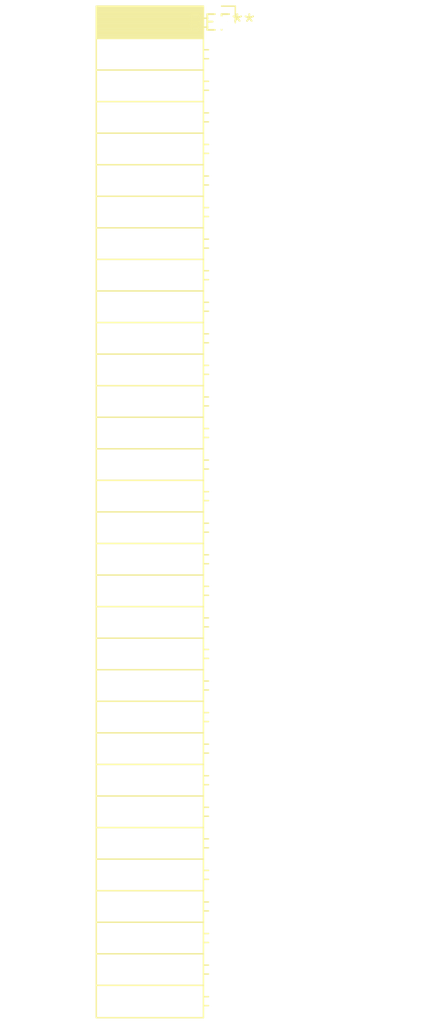
<source format=kicad_pcb>
(kicad_pcb (version 20240108) (generator pcbnew)
  (layers (0 "F.Cu" signal) (31 "B.Cu" signal) (34 "B.Paste" user) (35 "F.Paste" user) (36 "B.SilkS" user "B.Silkscreen") (37 "F.SilkS" user "F.Silkscreen") (38 "B.Mask" user) (39 "F.Mask" user) (44 "Edge.Cuts" user))
  (net 0 "")
  (footprint "PinSocket_1x32_P2.54mm_Horizontal" (layer "F.Cu") (at 0 0)
    (property "Reference" "REF**")
    (property "Value" "PinSocket_1x32_P2.54mm_Horizontal")
    (fp_line (start -10.09 -1.33) (end -10.09 80.07) (layer "F.SilkS") (stroke (width 0.12)))
    (fp_line (start -10.09 -1.33) (end -1.46 -1.33) (layer "F.SilkS") (stroke (width 0.12)))
    (fp_line (start -10.09 -1.21) (end -1.46 -1.21) (layer "F.SilkS") (stroke (width 0.12)))
    (fp_line (start -10.09 -1.091905) (end -1.46 -1.091905) (layer "F.SilkS") (stroke (width 0.12)))
    (fp_line (start -10.09 -0.97381) (end -1.46 -0.97381) (layer "F.SilkS") (stroke (width 0.12)))
    (fp_line (start -10.09 -0.855715) (end -1.46 -0.855715) (layer "F.SilkS") (stroke (width 0.12)))
    (fp_line (start -10.09 -0.73762) (end -1.46 -0.73762) (layer "F.SilkS") (stroke (width 0.12)))
    (fp_line (start -10.09 -0.619525) (end -1.46 -0.619525) (layer "F.SilkS") (stroke (width 0.12)))
    (fp_line (start -10.09 -0.50143) (end -1.46 -0.50143) (layer "F.SilkS") (stroke (width 0.12)))
    (fp_line (start -10.09 -0.383335) (end -1.46 -0.383335) (layer "F.SilkS") (stroke (width 0.12)))
    (fp_line (start -10.09 -0.26524) (end -1.46 -0.26524) (layer "F.SilkS") (stroke (width 0.12)))
    (fp_line (start -10.09 -0.147145) (end -1.46 -0.147145) (layer "F.SilkS") (stroke (width 0.12)))
    (fp_line (start -10.09 -0.02905) (end -1.46 -0.02905) (layer "F.SilkS") (stroke (width 0.12)))
    (fp_line (start -10.09 0.089045) (end -1.46 0.089045) (layer "F.SilkS") (stroke (width 0.12)))
    (fp_line (start -10.09 0.20714) (end -1.46 0.20714) (layer "F.SilkS") (stroke (width 0.12)))
    (fp_line (start -10.09 0.325235) (end -1.46 0.325235) (layer "F.SilkS") (stroke (width 0.12)))
    (fp_line (start -10.09 0.44333) (end -1.46 0.44333) (layer "F.SilkS") (stroke (width 0.12)))
    (fp_line (start -10.09 0.561425) (end -1.46 0.561425) (layer "F.SilkS") (stroke (width 0.12)))
    (fp_line (start -10.09 0.67952) (end -1.46 0.67952) (layer "F.SilkS") (stroke (width 0.12)))
    (fp_line (start -10.09 0.797615) (end -1.46 0.797615) (layer "F.SilkS") (stroke (width 0.12)))
    (fp_line (start -10.09 0.91571) (end -1.46 0.91571) (layer "F.SilkS") (stroke (width 0.12)))
    (fp_line (start -10.09 1.033805) (end -1.46 1.033805) (layer "F.SilkS") (stroke (width 0.12)))
    (fp_line (start -10.09 1.1519) (end -1.46 1.1519) (layer "F.SilkS") (stroke (width 0.12)))
    (fp_line (start -10.09 1.27) (end -1.46 1.27) (layer "F.SilkS") (stroke (width 0.12)))
    (fp_line (start -10.09 3.81) (end -1.46 3.81) (layer "F.SilkS") (stroke (width 0.12)))
    (fp_line (start -10.09 6.35) (end -1.46 6.35) (layer "F.SilkS") (stroke (width 0.12)))
    (fp_line (start -10.09 8.89) (end -1.46 8.89) (layer "F.SilkS") (stroke (width 0.12)))
    (fp_line (start -10.09 11.43) (end -1.46 11.43) (layer "F.SilkS") (stroke (width 0.12)))
    (fp_line (start -10.09 13.97) (end -1.46 13.97) (layer "F.SilkS") (stroke (width 0.12)))
    (fp_line (start -10.09 16.51) (end -1.46 16.51) (layer "F.SilkS") (stroke (width 0.12)))
    (fp_line (start -10.09 19.05) (end -1.46 19.05) (layer "F.SilkS") (stroke (width 0.12)))
    (fp_line (start -10.09 21.59) (end -1.46 21.59) (layer "F.SilkS") (stroke (width 0.12)))
    (fp_line (start -10.09 24.13) (end -1.46 24.13) (layer "F.SilkS") (stroke (width 0.12)))
    (fp_line (start -10.09 26.67) (end -1.46 26.67) (layer "F.SilkS") (stroke (width 0.12)))
    (fp_line (start -10.09 29.21) (end -1.46 29.21) (layer "F.SilkS") (stroke (width 0.12)))
    (fp_line (start -10.09 31.75) (end -1.46 31.75) (layer "F.SilkS") (stroke (width 0.12)))
    (fp_line (start -10.09 34.29) (end -1.46 34.29) (layer "F.SilkS") (stroke (width 0.12)))
    (fp_line (start -10.09 36.83) (end -1.46 36.83) (layer "F.SilkS") (stroke (width 0.12)))
    (fp_line (start -10.09 39.37) (end -1.46 39.37) (layer "F.SilkS") (stroke (width 0.12)))
    (fp_line (start -10.09 41.91) (end -1.46 41.91) (layer "F.SilkS") (stroke (width 0.12)))
    (fp_line (start -10.09 44.45) (end -1.46 44.45) (layer "F.SilkS") (stroke (width 0.12)))
    (fp_line (start -10.09 46.99) (end -1.46 46.99) (layer "F.SilkS") (stroke (width 0.12)))
    (fp_line (start -10.09 49.53) (end -1.46 49.53) (layer "F.SilkS") (stroke (width 0.12)))
    (fp_line (start -10.09 52.07) (end -1.46 52.07) (layer "F.SilkS") (stroke (width 0.12)))
    (fp_line (start -10.09 54.61) (end -1.46 54.61) (layer "F.SilkS") (stroke (width 0.12)))
    (fp_line (start -10.09 57.15) (end -1.46 57.15) (layer "F.SilkS") (stroke (width 0.12)))
    (fp_line (start -10.09 59.69) (end -1.46 59.69) (layer "F.SilkS") (stroke (width 0.12)))
    (fp_line (start -10.09 62.23) (end -1.46 62.23) (layer "F.SilkS") (stroke (width 0.12)))
    (fp_line (start -10.09 64.77) (end -1.46 64.77) (layer "F.SilkS") (stroke (width 0.12)))
    (fp_line (start -10.09 67.31) (end -1.46 67.31) (layer "F.SilkS") (stroke (width 0.12)))
    (fp_line (start -10.09 69.85) (end -1.46 69.85) (layer "F.SilkS") (stroke (width 0.12)))
    (fp_line (start -10.09 72.39) (end -1.46 72.39) (layer "F.SilkS") (stroke (width 0.12)))
    (fp_line (start -10.09 74.93) (end -1.46 74.93) (layer "F.SilkS") (stroke (width 0.12)))
    (fp_line (start -10.09 77.47) (end -1.46 77.47) (layer "F.SilkS") (stroke (width 0.12)))
    (fp_line (start -10.09 80.07) (end -1.46 80.07) (layer "F.SilkS") (stroke (width 0.12)))
    (fp_line (start -1.46 -1.33) (end -1.46 80.07) (layer "F.SilkS") (stroke (width 0.12)))
    (fp_line (start -1.46 -0.36) (end -1.11 -0.36) (layer "F.SilkS") (stroke (width 0.12)))
    (fp_line (start -1.46 0.36) (end -1.11 0.36) (layer "F.SilkS") (stroke (width 0.12)))
    (fp_line (start -1.46 2.18) (end -1.05 2.18) (layer "F.SilkS") (stroke (width 0.12)))
    (fp_line (start -1.46 2.9) (end -1.05 2.9) (layer "F.SilkS") (stroke (width 0.12)))
    (fp_line (start -1.46 4.72) (end -1.05 4.72) (layer "F.SilkS") (stroke (width 0.12)))
    (fp_line (start -1.46 5.44) (end -1.05 5.44) (layer "F.SilkS") (stroke (width 0.12)))
    (fp_line (start -1.46 7.26) (end -1.05 7.26) (layer "F.SilkS") (stroke (width 0.12)))
    (fp_line (start -1.46 7.98) (end -1.05 7.98) (layer "F.SilkS") (stroke (width 0.12)))
    (fp_line (start -1.46 9.8) (end -1.05 9.8) (layer "F.SilkS") (stroke (width 0.12)))
    (fp_line (start -1.46 10.52) (end -1.05 10.52) (layer "F.SilkS") (stroke (width 0.12)))
    (fp_line (start -1.46 12.34) (end -1.05 12.34) (layer "F.SilkS") (stroke (width 0.12)))
    (fp_line (start -1.46 13.06) (end -1.05 13.06) (layer "F.SilkS") (stroke (width 0.12)))
    (fp_line (start -1.46 14.88) (end -1.05 14.88) (layer "F.SilkS") (stroke (width 0.12)))
    (fp_line (start -1.46 15.6) (end -1.05 15.6) (layer "F.SilkS") (stroke (width 0.12)))
    (fp_line (start -1.46 17.42) (end -1.05 17.42) (layer "F.SilkS") (stroke (width 0.12)))
    (fp_line (start -1.46 18.14) (end -1.05 18.14) (layer "F.SilkS") (stroke (width 0.12)))
    (fp_line (start -1.46 19.96) (end -1.05 19.96) (layer "F.SilkS") (stroke (width 0.12)))
    (fp_line (start -1.46 20.68) (end -1.05 20.68) (layer "F.SilkS") (stroke (width 0.12)))
    (fp_line (start -1.46 22.5) (end -1.05 22.5) (layer "F.SilkS") (stroke (width 0.12)))
    (fp_line (start -1.46 23.22) (end -1.05 23.22) (layer "F.SilkS") (stroke (width 0.12)))
    (fp_line (start -1.46 25.04) (end -1.05 25.04) (layer "F.SilkS") (stroke (width 0.12)))
    (fp_line (start -1.46 25.76) (end -1.05 25.76) (layer "F.SilkS") (stroke (width 0.12)))
    (fp_line (start -1.46 27.58) (end -1.05 27.58) (layer "F.SilkS") (stroke (width 0.12)))
    (fp_line (start -1.46 28.3) (end -1.05 28.3) (layer "F.SilkS") (stroke (width 0.12)))
    (fp_line (start -1.46 30.12) (end -1.05 30.12) (layer "F.SilkS") (stroke (width 0.12)))
    (fp_line (start -1.46 30.84) (end -1.05 30.84) (layer "F.SilkS") (stroke (width 0.12)))
    (fp_line (start -1.46 32.66) (end -1.05 32.66) (layer "F.SilkS") (stroke (width 0.12)))
    (fp_line (start -1.46 33.38) (end -1.05 33.38) (layer "F.SilkS") (stroke (width 0.12)))
    (fp_line (start -1.46 35.2) (end -1.05 35.2) (layer "F.SilkS") (stroke (width 0.12)))
    (fp_line (start -1.46 35.92) (end -1.05 35.92) (layer "F.SilkS") (stroke (width 0.12)))
    (fp_line (start -1.46 37.74) (end -1.05 37.74) (layer "F.SilkS") (stroke (width 0.12)))
    (fp_line (start -1.46 38.46) (end -1.05 38.46) (layer "F.SilkS") (stroke (width 0.12)))
    (fp_line (start -1.46 40.28) (end -1.05 40.28) (layer "F.SilkS") (stroke (width 0.12)))
    (fp_line (start -1.46 41) (end -1.05 41) (layer "F.SilkS") (stroke (width 0.12)))
    (fp_line (start -1.46 42.82) (end -1.05 42.82) (layer "F.SilkS") (stroke (width 0.12)))
    (fp_line (start -1.46 43.54) (end -1.05 43.54) (layer "F.SilkS") (stroke (width 0.12)))
    (fp_line (start -1.46 45.36) (end -1.05 45.36) (layer "F.SilkS") (stroke (width 0.12)))
    (fp_line (start -1.46 46.08) (end -1.05 46.08) (layer "F.SilkS") (stroke (width 0.12)))
    (fp_line (start -1.46 47.9) (end -1.05 47.9) (layer "F.SilkS") (stroke (width 0.12)))
    (fp_line (start -1.46 48.62) (end -1.05 48.62) (layer "F.SilkS") (stroke (width 0.12)))
    (fp_line (start -1.46 50.44) (end -1.05 50.44) (layer "F.SilkS") (stroke (width 0.12)))
    (fp_line (start -1.46 51.16) (end -1.05 51.16) (layer "F.SilkS") (stroke (width 0.12)))
    (fp_line (start -1.46 52.98) (end -1.05 52.98) (layer "F.SilkS") (stroke (width 0.12)))
    (fp_line (start -1.46 53.7) (end -1.05 53.7) (layer "F.SilkS") (stroke (width 0.12)))
    (fp_line (start -1.46 55.52) (end -1.05 55.52) (layer "F.SilkS") (stroke (width 0.12)))
    (fp_line (start -1.46 56.24) (end -1.05 56.24) (layer "F.SilkS") (stroke (width 0.12)))
    (fp_line (start -1.46 58.06) (end -1.05 58.06) (layer "F.SilkS") (stroke (width 0.12)))
    (fp_line (start -1.46 58.78) (end -1.05 58.78) (layer "F.SilkS") (stroke (width 0.12)))
    (fp_line (start -1.46 60.6) (end -1.05 60.6) (layer "F.SilkS") (stroke (width 0.12)))
    (fp_line (start -1.46 61.32) (end -1.05 61.32) (layer "F.SilkS") (stroke (width 0.12)))
    (fp_line (start -1.46 63.14) (end -1.05 63.14) (layer "F.SilkS") (stroke (width 0.12)))
    (fp_line (start -1.46 63.86) (end -1.05 63.86) (layer "F.SilkS") (stroke (width 0.12)))
    (fp_line (start -1.46 65.68) (end -1.05 65.68) (layer "F.SilkS") (stroke (width 0.12)))
    (fp_line (start -1.46 66.4) (end -1.05 66.4) (layer "F.SilkS") (stroke (width 0.12)))
    (fp_line (start -1.46 68.22) (end -1.05 68.22) (layer "F.SilkS") (stroke (width 0.12)))
    (fp_line (start -1.46 68.94) (end -1.05 68.94) (layer "F.SilkS") (stroke (width 0.12)))
    (fp_line (start -1.46 70.76) (end -1.05 70.76) (layer "F.SilkS") (stroke (width 0.12)))
    (fp_line (start -1.46 71.48) (end -1.05 71.48) (layer "F.SilkS") (stroke (width 0.12)))
    (fp_line (start -1.46 73.3) (end -1.05 73.3) (layer "F.SilkS") (stroke (width 0.12)))
    (fp_line (start -1.46 74.02) (end -1.05 74.02) (layer "F.SilkS") (stroke (width 0.12)))
    (fp_line (start -1.46 75.84) (end -1.05 75.84) (layer "F.SilkS") (stroke (width 0.12)))
    (fp_line (start -1.46 76.56) (end -1.05 76.56) (layer "F.SilkS") (stroke (width 0.12)))
    (fp_line (start -1.46 78.38) (end -1.05 78.38) (layer "F.SilkS") (stroke (width 0.12)))
    (fp_line (start -1.46 79.1) (end -1.05 79.1) (layer "F.SilkS") (stroke (width 0.12)))
    (fp_line (start 0 -1.33) (end 1.11 -1.33) (layer "F.SilkS") (stroke (width 0.12)))
    (fp_line (start 1.11 -1.33) (end 1.11 0) (layer "F.SilkS") (stroke (width 0.12)))
    (pad "1" thru_hole rect (at 0 0) (size 1.7 1.7) (drill 1) (layers *.Cu *.Mask) (remove_unused_layers))
    (pad "2" thru_hole oval (at 0 2.54) (size 1.7 1.7) (drill 1) (layers *.Cu *.Mask) (remove_unused_layers))
    (pad "3" thru_hole oval (at 0 5.08) (size 1.7 1.7) (drill 1) (layers *.Cu *.Mask) (remove_unused_layers))
    (pad "4" thru_hole oval (at 0 7.62) (size 1.7 1.7) (drill 1) (layers *.Cu *.Mask) (remove_unused_layers))
    (pad "5" thru_hole oval (at 0 10.16) (size 1.7 1.7) (drill 1) (layers *.Cu *.Mask) (remove_unused_layers))
    (pad "6" thru_hole oval (at 0 12.7) (size 1.7 1.7) (drill 1) (layers *.Cu *.Mask) (remove_unused_layers))
    (pad "7" thru_hole oval (at 0 15.24) (size 1.7 1.7) (drill 1) (layers *.Cu *.Mask) (remove_unused_layers))
    (pad "8" thru_hole oval (at 0 17.78) (size 1.7 1.7) (drill 1) (layers *.Cu *.Mask) (remove_unused_layers))
    (pad "9" thru_hole oval (at 0 20.32) (size 1.7 1.7) (drill 1) (layers *.Cu *.Mask) (remove_unused_layers))
    (pad "10" thru_hole oval (at 0 22.86) (size 1.7 1.7) (drill 1) (layers *.Cu *.Mask) (remove_unused_layers))
    (pad "11" thru_hole oval (at 0 25.4) (size 1.7 1.7) (drill 1) (layers *.Cu *.Mask) (remove_unused_layers))
    (pad "12" thru_hole oval (at 0 27.94) (size 1.7 1.7) (drill 1) (layers *.Cu *.Mask) (remove_unused_layers))
    (pad "13" thru_hole oval (at 0 30.48) (size 1.7 1.7) (drill 1) (layers *.Cu *.Mask) (remove_unused_layers))
    (pad "14" thru_hole oval (at 0 33.02) (size 1.7 1.7) (drill 1) (layers *.Cu *.Mask) (remove_unused_layers))
    (pad "15" thru_hole oval (at 0 35.56) (size 1.7 1.7) (drill 1) (layers *.Cu *.Mask) (remove_unused_layers))
    (pad "16" thru_hole oval (at 0 38.1) (size 1.7 1.7) (drill 1) (layers *.Cu *.Mask) (remove_unused_layers))
    (pad "17" thru_hole oval (at 0 40.64) (size 1.7 1.7) (drill 1) (layers *.Cu *.Mask) (remove_unused_layers))
    (pad "18" thru_hole oval (at 0 43.18) (size 1.7 1.7) (drill 1) (layers *.Cu *.Mask) (remove_unused_layers))
    (pad "19" thru_hole oval (at 0 45.72) (size 1.7 1.7) (drill 1) (layers *.Cu *.Mask) (remove_unused_layers))
    (pad "20" thru_hole oval (at 0 48.26) (size 1.7 1.7) (drill 1) (layers *.Cu *.Mask) (remove_unused_layers))
    (pad "21" thru_hole oval (at 0 50.8) (size 1.7 1.7) (drill 1) (layers *.Cu *.Mask) (remove_unused_layers))
    (pad "22" thru_hole oval (at 0 53.34) (size 1.7 1.7) (drill 1) (layers *.Cu *.Mask) (remove_unused_layers))
    (pad "23" thru_hole oval (at 0 55.88) (size 1.7 1.7) (drill 1) (layers *.Cu *.Mask) (remove_unused_layers))
    (pad "24" thru_hole oval (at 0 58.42) (size 1.7 1.7) (drill 1) (layers *.Cu *.Mask) (remove_unused_layers))
    (pad "25" thru_hole oval (at 0 60.96) (size 1.7 1.7) (drill 1) (layers *.Cu *.Mask) (remove_unused_layers))
    (pad "26" thru_hole oval (at 0 63.5) (size 1.7 1.7) (drill 1) (layers *.Cu *.Mask) (remove_unused_layers))
    (pad "27" thru_hole oval (at 0 66.04) (size 1.7 1.7) (drill 1) (layers *.Cu *.Mask) (remove_unused_layers))
    (pad "28" thru_hole oval (at 0 68.58) (size 1.7 1.7) (drill 1) (layers *.Cu *.Mask) (remove_unused_layers))
    (pad "29" thru_hole oval (at 0 71.12) (size 1.7 1.7) (drill 1) (layers *.Cu *.Mask) (remove_unused_layers))
    (pad "30" thru_hole oval (at 0 73.66) (size 1.7 1.7) (drill 1) (layers *.Cu *.Mask) (remove_unused_layers))
    (pad "31" thru_hole oval (at 0 76.2) (size 1.7 1.7) (drill 1) (layers *.Cu *.Mask) (remove_unused_layers))
    (pad "32" thru_hole oval (at 0 78.74) (size 1.7 1.7) (drill 1) (layers *.Cu *.Mask) (remove_unused_layers))
  )
)
</source>
